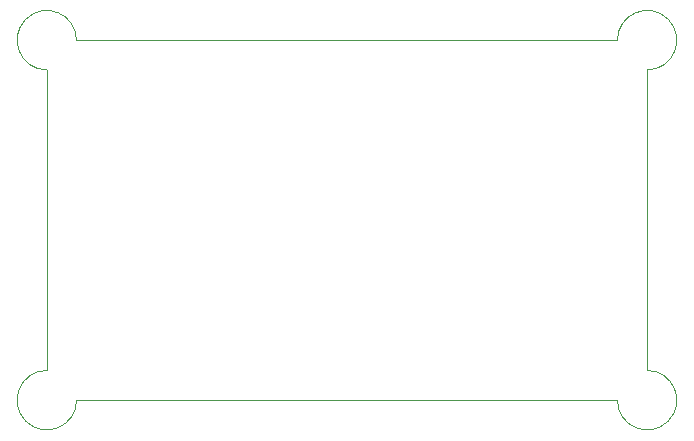
<source format=gbr>
%TF.GenerationSoftware,KiCad,Pcbnew,7.99.0-4047-gfc85112a72*%
%TF.CreationDate,2024-01-03T16:22:38+03:00*%
%TF.ProjectId,Prj 3 MCU DataLogger,50726a20-3320-44d4-9355-20446174614c,Version-1*%
%TF.SameCoordinates,Original*%
%TF.FileFunction,Profile,NP*%
%FSLAX46Y46*%
G04 Gerber Fmt 4.6, Leading zero omitted, Abs format (unit mm)*
G04 Created by KiCad (PCBNEW 7.99.0-4047-gfc85112a72) date 2024-01-03 16:22:38*
%MOMM*%
%LPD*%
G01*
G04 APERTURE LIST*
%TA.AperFunction,Profile*%
%ADD10C,0.100000*%
%TD*%
G04 APERTURE END LIST*
D10*
X138633200Y-99389687D02*
X138633200Y-73941451D01*
X90322913Y-101904800D02*
G75*
G02*
X87807800Y-99389687I-2515113J0D01*
G01*
X136116549Y-71424800D02*
X90322913Y-71424800D01*
X136116549Y-71424800D02*
G75*
G02*
X138633200Y-73941451I2516651J0D01*
G01*
X138633200Y-99389687D02*
G75*
G02*
X136118087Y-101904800I0J-2515113D01*
G01*
X87807800Y-73939913D02*
X87807800Y-99389687D01*
X87807800Y-73939913D02*
G75*
G02*
X90322913Y-71424800I0J2515113D01*
G01*
X90322913Y-101904800D02*
X136118087Y-101904800D01*
M02*

</source>
